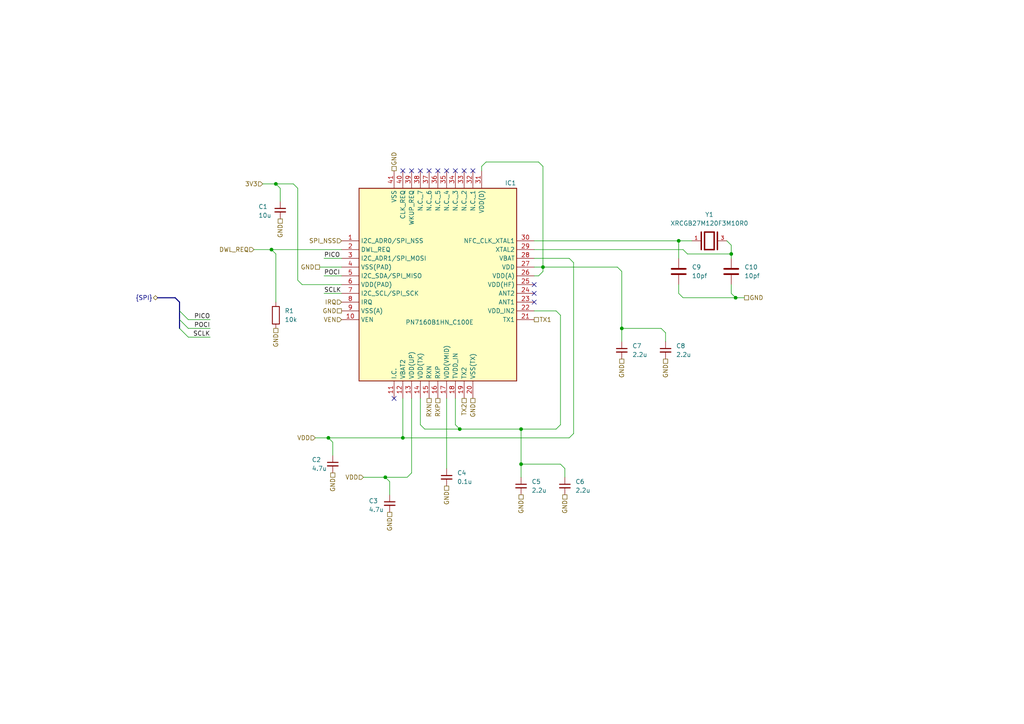
<source format=kicad_sch>
(kicad_sch (version 20231120) (generator "eeschema") (generator_version "8.0")
  (paper "A4")
  (lib_symbols
    (symbol "Device:C" (pin_numbers hide) (pin_names (offset 0.254))
      (property "Reference" "C" (at 0.635 2.54 0))
      (property "Value" "C" (at 0.635 -2.54 0))
      (symbol "C_0_1"
        (polyline (pts (xy -2.032 -0.762) (xy 2.032 -0.762)) (stroke (width 0.508)))
        (polyline (pts (xy -2.032 0.762) (xy 2.032 0.762)) (stroke (width 0.508)))
      )
      (symbol "C_1_1"
        (pin passive line (at 0 3.81 270) (length 2.794) (name "~") (number "1"))
        (pin passive line (at 0 -3.81 90) (length 2.794) (name "~") (number "2"))
      )
    )
    (symbol "Device:C_Small" (pin_numbers hide) (pin_names (offset 0.254) hide)
      (property "Reference" "C" (at 0.254 1.778 0))
      (property "Value" "C_Small" (at 0.254 -2.032 0))
      (symbol "C_Small_0_1"
        (polyline (pts (xy -1.524 -0.508) (xy 1.524 -0.508)) (stroke (width 0.3302)))
        (polyline (pts (xy -1.524 0.508) (xy 1.524 0.508)) (stroke (width 0.3048)))
      )
      (symbol "C_Small_1_1"
        (pin passive line (at 0 2.54 270) (length 2.032) (name "~") (number "1"))
        (pin passive line (at 0 -2.54 90) (length 2.032) (name "~") (number "2"))
      )
    )
    (symbol "Device:R" (pin_numbers hide) (pin_names (offset 0))
      (property "Reference" "R" (at 2.032 0 90))
      (property "Value" "R" (at 0 0 90))
      (symbol "R_0_1"
        (rectangle (start -1.016 -2.54) (end 1.016 2.54) (stroke (width 0.254)))
      )
      (symbol "R_1_1"
        (pin passive line (at 0 3.81 270) (length 1.27) (name "~") (number "1"))
        (pin passive line (at 0 -3.81 90) (length 1.27) (name "~") (number "2"))
      )
    )
    (symbol "joka:PN7160B1HN_C100E"
      (property "Reference" "IC" (at 24.13 31.75 0))
      (property "Value" "PN7160B1HN_C100E" (at 24.13 29.21 0))
      (symbol "PN7160B1HN_C100E_1_1"
        (rectangle (start -22.86 26.67) (end 22.86 -29.21) (stroke (width 0.254)) (fill (type background)))
        (pin passive line (at -27.94 11.43 0) (length 5.08) (name "I2C_ADR0/SPI_NSS") (number "1"))
        (pin passive line (at -27.94 -11.43 0) (length 5.08) (name "VEN") (number "10"))
        (pin passive line (at -12.7 -34.29 90) (length 5.08) (name "I.C.") (number "11"))
        (pin passive line (at -10.16 -34.29 90) (length 5.08) (name "VBAT2") (number "12"))
        (pin passive line (at -7.62 -34.29 90) (length 5.08) (name "VDD(UP)") (number "13"))
        (pin passive line (at -5.08 -34.29 90) (length 5.08) (name "VDD(TX)") (number "14"))
        (pin passive line (at -2.54 -34.29 90) (length 5.08) (name "RXN") (number "15"))
        (pin passive line (at 0 -34.29 90) (length 5.08) (name "RXP") (number "16"))
        (pin passive line (at 2.54 -34.29 90) (length 5.08) (name "VDD(VMID)") (number "17"))
        (pin passive line (at 5.08 -34.29 90) (length 5.08) (name "TVDD_IN") (number "18"))
        (pin passive line (at 7.62 -34.29 90) (length 5.08) (name "TX2") (number "19"))
        (pin passive line (at -27.94 8.89 0) (length 5.08) (name "DWL_REQ") (number "2"))
        (pin passive line (at 10.16 -34.29 90) (length 5.08) (name "VSS(TX)") (number "20"))
        (pin passive line (at 27.94 -11.43 180) (length 5.08) (name "TX1") (number "21"))
        (pin passive line (at 27.94 -8.89 180) (length 5.08) (name "VDD_IN2") (number "22"))
        (pin passive line (at 27.94 -6.35 180) (length 5.08) (name "ANT1") (number "23"))
        (pin passive line (at 27.94 -3.81 180) (length 5.08) (name "ANT2") (number "24"))
        (pin passive line (at 27.94 -1.27 180) (length 5.08) (name "VDD(HF)") (number "25"))
        (pin passive line (at 27.94 1.27 180) (length 5.08) (name "VDD(A)") (number "26"))
        (pin passive line (at 27.94 3.81 180) (length 5.08) (name "VDD") (number "27"))
        (pin passive line (at 27.94 6.35 180) (length 5.08) (name "VBAT") (number "28"))
        (pin passive line (at 27.94 8.89 180) (length 5.08) (name "XTAL2") (number "29"))
        (pin passive line (at -27.94 6.35 0) (length 5.08) (name "I2C_ADR1/SPI_MOSI") (number "3"))
        (pin passive line (at 27.94 11.43 180) (length 5.08) (name "NFC_CLK_XTAL1") (number "30"))
        (pin passive line (at 12.7 31.75 270) (length 5.08) (name "VDD(D)") (number "31"))
        (pin passive line (at 10.16 31.75 270) (length 5.08) (name "N.C._1") (number "32"))
        (pin passive line (at 7.62 31.75 270) (length 5.08) (name "N.C._2") (number "33"))
        (pin passive line (at 5.08 31.75 270) (length 5.08) (name "N.C._3") (number "34"))
        (pin passive line (at 2.54 31.75 270) (length 5.08) (name "N.C._4") (number "35"))
        (pin passive line (at 0 31.75 270) (length 5.08) (name "N.C._5") (number "36"))
        (pin passive line (at -2.54 31.75 270) (length 5.08) (name "N.C._6") (number "37"))
        (pin passive line (at -5.08 31.75 270) (length 5.08) (name "N.C._7") (number "38"))
        (pin passive line (at -7.62 31.75 270) (length 5.08) (name "WKUP_REQ") (number "39"))
        (pin passive line (at -27.94 3.81 0) (length 5.08) (name "VSS(PAD)") (number "4"))
        (pin passive line (at -10.16 31.75 270) (length 5.08) (name "CLK_REQ") (number "40"))
        (pin passive line (at -12.7 31.75 270) (length 5.08) (name "VSS") (number "41"))
        (pin passive line (at -27.94 1.27 0) (length 5.08) (name "I2C_SDA/SPI_MISO") (number "5"))
        (pin passive line (at -27.94 -1.27 0) (length 5.08) (name "VDD(PAD)") (number "6"))
        (pin passive line (at -27.94 -3.81 0) (length 5.08) (name "I2C_SCL/SPI_SCK") (number "7"))
        (pin passive line (at -27.94 -6.35 0) (length 5.08) (name "IRQ") (number "8"))
        (pin passive line (at -27.94 -8.89 0) (length 5.08) (name "VSS(A)") (number "9"))
      )
    )
    (symbol "joka:XRCGB27M120F3M10R0" (pin_names (offset 1.016))
      (property "Reference" "Y" (at -5.0878 3.8159 0))
      (property "Value" "XRCGB27M120F3M10R0" (at 0 -4.318 0))
      (symbol "XRCGB27M120F3M10R0_0_0"
        (polyline (pts (xy -2.3368 2.54) (xy -2.3368 -2.54)) (stroke (width 0.4064)))
        (polyline (pts (xy -1.397 2.54) (xy -1.397 -2.54)) (stroke (width 0.4064)))
        (polyline (pts (xy -1.397 2.54) (xy 1.397 2.54)) (stroke (width 0.4064)))
        (polyline (pts (xy 1.397 -2.54) (xy -1.397 -2.54)) (stroke (width 0.4064)))
        (polyline (pts (xy 1.397 2.54) (xy 1.397 -2.54)) (stroke (width 0.4064)))
        (polyline (pts (xy 2.3368 2.54) (xy 2.3368 -2.54)) (stroke (width 0.4064)))
        (pin passive line (at -5.08 0 0) (length 2.54) (name "~") (number "1"))
        (pin passive line (at 5.08 0 180) (length 2.54) (name "~") (number "3"))
      )
    )
  )
  (bus_alias "SPI" (members "PICO" "POCI" "SCLK"))
  (junction (at 180.34 95.25))
  (junction (at 80.01 53.34))
  (junction (at 151.13 124.46))
  (junction (at 212.09 73.66))
  (junction (at 78.74 72.39))
  (junction (at 116.84 127))
  (junction (at 196.85 69.85))
  (junction (at 95.25 127))
  (junction (at 111.76 138.43))
  (junction (at 157.48 77.47))
  (junction (at 151.13 134.62))
  (junction (at 213.36 86.36))
  (junction (at 133.35 124.46))
  (no_connect (at 119.38 49.53))
  (no_connect (at 154.94 87.63))
  (no_connect (at 116.84 49.53))
  (no_connect (at 134.62 49.53))
  (no_connect (at 121.92 49.53))
  (no_connect (at 114.3 115.57))
  (no_connect (at 127 49.53))
  (no_connect (at 132.08 49.53))
  (no_connect (at 154.94 82.55))
  (no_connect (at 137.16 49.53))
  (no_connect (at 124.46 49.53))
  (no_connect (at 154.94 85.09))
  (no_connect (at 129.54 49.53))
  (bus_entry (at 52.07 90.17) (size 2.54 2.54))
  (bus_entry (at 52.07 92.71) (size 2.54 2.54))
  (bus_entry (at 52.07 95.25) (size 2.54 2.54))
  (wire (pts (xy 154.94 69.85) (xy 196.85 69.85)))
  (wire (pts (xy 54.61 95.25) (xy 60.96 95.25)))
  (wire (pts (xy 91.44 127) (xy 95.25 127)))
  (wire (pts (xy 199.39 73.66) (xy 212.09 73.66)))
  (wire (pts (xy 86.36 54.61) (xy 85.09 53.34)))
  (wire (pts (xy 157.48 77.47) (xy 157.48 78.74)))
  (wire (pts (xy 213.36 86.36) (xy 198.12 86.36)))
  (wire (pts (xy 163.83 135.89) (xy 162.56 134.62)))
  (wire (pts (xy 154.94 72.39) (xy 198.12 72.39)))
  (wire (pts (xy 121.92 115.57) (xy 121.92 123.19)))
  (wire (pts (xy 111.76 138.43) (xy 118.11 138.43)))
  (wire (pts (xy 139.7 48.26) (xy 140.97 46.99)))
  (wire (pts (xy 196.85 82.55) (xy 196.85 85.09)))
  (wire (pts (xy 54.61 97.79) (xy 60.96 97.79)))
  (wire (pts (xy 180.34 95.25) (xy 191.77 95.25)))
  (wire (pts (xy 157.48 77.47) (xy 179.07 77.47)))
  (wire (pts (xy 166.37 76.2) (xy 166.37 125.73)))
  (wire (pts (xy 93.98 74.93) (xy 99.06 74.93)))
  (wire (pts (xy 212.09 73.66) (xy 212.09 71.12)))
  (wire (pts (xy 121.92 123.19) (xy 123.19 124.46)))
  (wire (pts (xy 156.21 80.01) (xy 157.48 78.74)))
  (wire (pts (xy 212.09 73.66) (xy 212.09 74.93)))
  (wire (pts (xy 161.29 90.17) (xy 162.56 91.44)))
  (wire (pts (xy 154.94 90.17) (xy 161.29 90.17)))
  (wire (pts (xy 162.56 91.44) (xy 162.56 123.19)))
  (wire (pts (xy 198.12 86.36) (xy 196.85 85.09)))
  (wire (pts (xy 212.09 85.09) (xy 213.36 86.36)))
  (wire (pts (xy 78.74 72.39) (xy 99.06 72.39)))
  (wire (pts (xy 132.08 115.57) (xy 132.08 123.19)))
  (wire (pts (xy 99.06 82.55) (xy 87.63 82.55)))
  (wire (pts (xy 132.08 123.19) (xy 133.35 124.46)))
  (wire (pts (xy 165.1 74.93) (xy 166.37 76.2)))
  (wire (pts (xy 196.85 69.85) (xy 200.66 69.85)))
  (wire (pts (xy 123.19 124.46) (xy 133.35 124.46)))
  (wire (pts (xy 80.01 73.66) (xy 78.74 72.39)))
  (wire (pts (xy 116.84 115.57) (xy 116.84 127)))
  (wire (pts (xy 180.34 78.74) (xy 179.07 77.47)))
  (wire (pts (xy 156.21 46.99) (xy 157.48 48.26)))
  (bus (pts (xy 52.07 87.63) (xy 50.8 86.36)))
  (wire (pts (xy 180.34 78.74) (xy 180.34 95.25)))
  (wire (pts (xy 151.13 134.62) (xy 151.13 138.43)))
  (wire (pts (xy 87.63 82.55) (xy 86.36 81.28)))
  (wire (pts (xy 105.41 138.43) (xy 111.76 138.43)))
  (wire (pts (xy 151.13 134.62) (xy 162.56 134.62)))
  (wire (pts (xy 113.03 139.7) (xy 111.76 138.43)))
  (wire (pts (xy 96.52 132.08) (xy 96.52 128.27)))
  (wire (pts (xy 76.2 53.34) (xy 80.01 53.34)))
  (wire (pts (xy 81.28 54.61) (xy 80.01 53.34)))
  (bus (pts (xy 52.07 90.17) (xy 52.07 92.71)))
  (wire (pts (xy 193.04 96.52) (xy 193.04 99.06)))
  (wire (pts (xy 81.28 58.42) (xy 81.28 54.61)))
  (wire (pts (xy 80.01 53.34) (xy 85.09 53.34)))
  (bus (pts (xy 45.72 86.36) (xy 50.8 86.36)))
  (wire (pts (xy 180.34 95.25) (xy 180.34 99.06)))
  (wire (pts (xy 86.36 81.28) (xy 86.36 54.61)))
  (wire (pts (xy 163.83 135.89) (xy 163.83 138.43)))
  (wire (pts (xy 154.94 74.93) (xy 165.1 74.93)))
  (wire (pts (xy 139.7 49.53) (xy 139.7 48.26)))
  (wire (pts (xy 212.09 71.12) (xy 210.82 69.85)))
  (wire (pts (xy 198.12 72.39) (xy 199.39 73.66)))
  (wire (pts (xy 215.9 86.36) (xy 213.36 86.36)))
  (wire (pts (xy 93.98 80.01) (xy 99.06 80.01)))
  (wire (pts (xy 119.38 137.16) (xy 118.11 138.43)))
  (bus (pts (xy 52.07 92.71) (xy 52.07 95.25)))
  (wire (pts (xy 212.09 82.55) (xy 212.09 85.09)))
  (wire (pts (xy 151.13 124.46) (xy 151.13 134.62)))
  (wire (pts (xy 116.84 127) (xy 165.1 127)))
  (wire (pts (xy 154.94 80.01) (xy 156.21 80.01)))
  (wire (pts (xy 154.94 77.47) (xy 157.48 77.47)))
  (wire (pts (xy 73.66 72.39) (xy 78.74 72.39)))
  (wire (pts (xy 119.38 115.57) (xy 119.38 137.16)))
  (wire (pts (xy 54.61 92.71) (xy 60.96 92.71)))
  (wire (pts (xy 193.04 96.52) (xy 191.77 95.25)))
  (wire (pts (xy 133.35 124.46) (xy 151.13 124.46)))
  (wire (pts (xy 162.56 123.19) (xy 161.29 124.46)))
  (wire (pts (xy 93.98 85.09) (xy 99.06 85.09)))
  (wire (pts (xy 140.97 46.99) (xy 156.21 46.99)))
  (wire (pts (xy 196.85 69.85) (xy 196.85 74.93)))
  (wire (pts (xy 157.48 48.26) (xy 157.48 77.47)))
  (wire (pts (xy 95.25 127) (xy 116.84 127)))
  (wire (pts (xy 92.71 77.47) (xy 99.06 77.47)))
  (wire (pts (xy 96.52 128.27) (xy 95.25 127)))
  (wire (pts (xy 80.01 87.63) (xy 80.01 73.66)))
  (wire (pts (xy 113.03 143.51) (xy 113.03 139.7)))
  (wire (pts (xy 165.1 127) (xy 166.37 125.73)))
  (wire (pts (xy 151.13 124.46) (xy 161.29 124.46)))
  (bus (pts (xy 52.07 90.17) (xy 52.07 87.63)))
  (wire (pts (xy 129.54 115.57) (xy 129.54 135.89)))
  (label "SCLK" (at 60.96 97.79 180))
  (label "SCLK" (at 93.98 85.09 0))
  (label "PICO" (at 60.96 92.71 180))
  (label "POCI" (at 93.98 80.01 0))
  (label "PICO" (at 93.98 74.93 0))
  (label "POCI" (at 60.96 95.25 180))
  (hierarchical_label "VDD" (shape input) (at 105.41 138.43 180))
  (hierarchical_label "GND" (shape passive) (at 180.34 104.14 270))
  (hierarchical_label "RXN" (shape passive) (at 124.46 115.57 270))
  (hierarchical_label "GND" (shape passive) (at 193.04 104.14 270))
  (hierarchical_label "SPI_NSS" (shape input) (at 99.06 69.85 180))
  (hierarchical_label "GND" (shape passive) (at 151.13 143.51 270))
  (hierarchical_label "TX1" (shape passive) (at 154.94 92.71 0))
  (hierarchical_label "GND" (shape passive) (at 113.03 148.59 270))
  (hierarchical_label "DWL_REQ" (shape input) (at 73.66 72.39 180))
  (hierarchical_label "GND" (shape passive) (at 99.06 90.17 180))
  (hierarchical_label "{SPI}" (shape bidirectional) (at 45.72 86.36 180))
  (hierarchical_label "GND" (shape passive) (at 80.01 95.25 270))
  (hierarchical_label "GND" (shape passive) (at 215.9 86.36 0))
  (hierarchical_label "VDD" (shape input) (at 91.44 127 180))
  (hierarchical_label "TX2" (shape passive) (at 134.62 115.57 270))
  (hierarchical_label "GND" (shape passive) (at 163.83 143.51 270))
  (hierarchical_label "GND" (shape passive) (at 114.3 49.53 90))
  (hierarchical_label "3V3" (shape input) (at 76.2 53.34 180))
  (hierarchical_label "GND" (shape passive) (at 92.71 77.47 180))
  (hierarchical_label "GND" (shape passive) (at 129.54 140.97 270))
  (hierarchical_label "VEN" (shape input) (at 99.06 92.71 180))
  (hierarchical_label "GND" (shape passive) (at 137.16 115.57 270))
  (hierarchical_label "GND" (shape passive) (at 81.28 63.5 270))
  (hierarchical_label "GND" (shape passive) (at 96.52 137.16 270))
  (hierarchical_label "IRQ" (shape input) (at 99.06 87.63 180))
  (hierarchical_label "RXP" (shape passive) (at 127 115.57 270))
  (symbol (lib_id "Device:C_Small") (at 96.52 134.62 0) (unit 1)
    (property "Reference" "C2" (at 90.424 133.35 0) (effects (justify left)))
    (property "Value" "4.7u" (at 90.424 135.89 0) (effects (justify left)))
    (property "Description" "Unpolarized capacitor, small symbol" (effects (hide yes)))
  )
  (symbol (lib_id "Device:C_Small") (at 151.13 140.97 0) (unit 1)
    (property "Reference" "C5" (at 154.178 139.7 0) (effects (justify left)))
    (property "Value" "2.2u" (at 154.178 142.24 0) (effects (justify left)))
    (property "Description" "Unpolarized capacitor, small symbol" (effects (hide yes)))
  )
  (symbol (lib_id "Device:C_Small") (at 81.28 60.96 0) (unit 1)
    (property "Reference" "C1" (at 74.93 59.944 0) (effects (justify left)))
    (property "Value" "10u" (at 74.93 62.484 0) (effects (justify left)))
    (property "Description" "Unpolarized capacitor, small symbol" (effects (hide yes)))
  )
  (symbol (lib_id "joka:PN7160B1HN_C100E") (at 127 81.28 0) (unit 1)
    (property "Reference" "IC1" (at 148.082 53.086 0))
    (property "Value" "PN7160B1HN_C100E" (at 127.508 93.472 0))
    (property "Footprint" "QFN50P600X600X100-41N-D" (effects (hide yes)))
    (property "Datasheet" "https://www.mouser.es/datasheet/2/302/PN7160_PN7161-2634640.pdf" (effects (hide yes)))
    (property "Description" "NFC/RFID Tags & Transponders NFC Plug and Play Controller with Integrated Firmware and NCI Interface" (effects (hide yes)))
    (property "Height" "1" (effects (hide yes)))
    (property "Manufacturer_Name" "NXP" (effects (hide yes)))
    (property "Manufacturer_Part_Number" "PN7160B1HN/C100E" (effects (hide yes)))
    (property "Mouser Part Number" "771-PN7160B1HN/C100E" (effects (hide yes)))
    (property "Mouser Price/Stock" "https://www.mouser.co.uk/ProductDetail/NXP-Semiconductors/PN7160B1HN-C100E?qs=A6eO%252BMLsxmRc%2FNGOEQIOmg%3D%3D" (effects (hide yes)))
    (property "Arrow Part Number" "PN7160B1HN/C100E" (effects (hide yes)))
    (property "Arrow Price/Stock" "https://www.arrow.com/en/products/pn7160b1hnc100e/nxp-semiconductors?region=nac" (effects (hide yes)))
  )
  (symbol (lib_id "Device:C_Small") (at 129.54 138.43 0) (unit 1)
    (property "Reference" "C4" (at 132.588 137.16 0) (effects (justify left)))
    (property "Value" "0.1u" (at 132.588 139.7 0) (effects (justify left)))
    (property "Description" "Unpolarized capacitor, small symbol" (effects (hide yes)))
  )
  (symbol (lib_id "Device:R") (at 80.01 91.44 0) (unit 1)
    (property "Reference" "R1" (at 82.55 90.1699 0) (effects (justify left)))
    (property "Value" "10k" (at 82.55 92.7099 0) (effects (justify left)))
    (property "Description" "Resistor" (effects (hide yes)))
  )
  (symbol (lib_id "Device:C") (at 212.09 78.74 0) (unit 1)
    (property "Reference" "C10" (at 215.9 77.4699 0) (effects (justify left)))
    (property "Value" "10pf" (at 215.9 80.0099 0) (effects (justify left)))
    (property "Description" "Unpolarized capacitor" (effects (hide yes)))
  )
  (symbol (lib_id "joka:XRCGB27M120F3M10R0") (at 205.74 69.85 0) (unit 1)
    (property "Reference" "Y1" (at 205.74 62.23 0))
    (property "Value" "XRCGB27M120F3M10R0" (at 205.74 64.77 0))
    (property "Footprint" "joka:XRCGB27M120F3M10R0" (effects (hide yes)))
  )
  (symbol (lib_id "Device:C_Small") (at 193.04 101.6 0) (unit 1)
    (property "Reference" "C8" (at 196.088 100.33 0) (effects (justify left)))
    (property "Value" "2.2u" (at 196.088 102.87 0) (effects (justify left)))
    (property "Description" "Unpolarized capacitor, small symbol" (effects (hide yes)))
  )
  (symbol (lib_id "Device:C") (at 196.85 78.74 0) (unit 1)
    (property "Reference" "C9" (at 200.66 77.4699 0) (effects (justify left)))
    (property "Value" "10pf" (at 200.66 80.0099 0) (effects (justify left)))
    (property "Description" "Unpolarized capacitor" (effects (hide yes)))
  )
  (symbol (lib_id "Device:C_Small") (at 163.83 140.97 0) (unit 1)
    (property "Reference" "C6" (at 166.878 139.7 0) (effects (justify left)))
    (property "Value" "2.2u" (at 166.878 142.24 0) (effects (justify left)))
    (property "Description" "Unpolarized capacitor, small symbol" (effects (hide yes)))
  )
  (symbol (lib_id "Device:C_Small") (at 180.34 101.6 0) (unit 1)
    (property "Reference" "C7" (at 183.388 100.33 0) (effects (justify left)))
    (property "Value" "2.2u" (at 183.388 102.87 0) (effects (justify left)))
    (property "Description" "Unpolarized capacitor, small symbol" (effects (hide yes)))
  )
  (symbol (lib_id "Device:C_Small") (at 113.03 146.05 0) (unit 1)
    (property "Reference" "C3" (at 106.934 145.288 0) (effects (justify left)))
    (property "Value" "4.7u" (at 106.934 147.828 0) (effects (justify left)))
    (property "Description" "Unpolarized capacitor, small symbol" (effects (hide yes)))
  )
)
</source>
